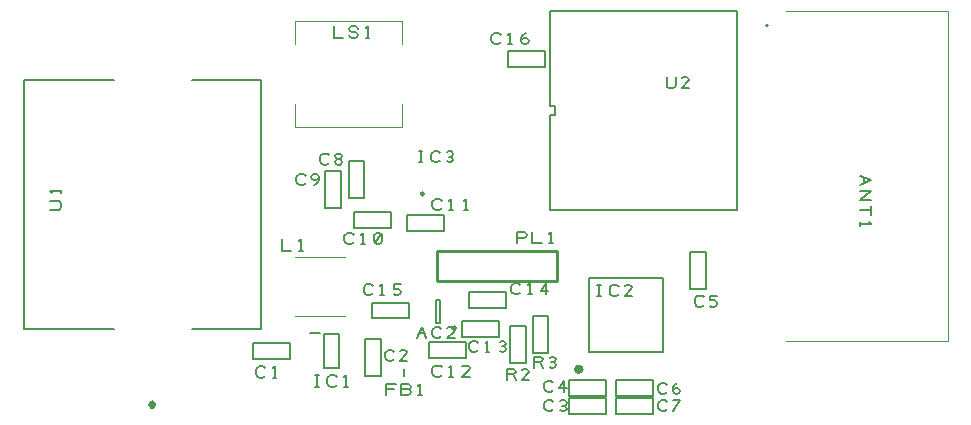
<source format=gto>
G04 EasyPC Gerber Version 21.0.3 Build 4286 *
G04 #@! TF.Part,Single*
G04 #@! TF.FileFunction,Legend,Top *
G04 #@! TF.FilePolarity,Positive *
%FSLAX35Y35*%
%MOIN*%
%ADD12C,0.00394*%
%ADD15C,0.00500*%
%ADD11C,0.00591*%
%ADD10C,0.00787*%
%ADD16C,0.00800*%
%ADD14C,0.00984*%
%ADD17C,0.01000*%
%ADD13C,0.01575*%
X0Y0D02*
D02*
D10*
X63045Y41250D02*
X33219D01*
Y124321*
X63045*
X89219Y41250D02*
X111959D01*
Y124321*
X89219*
X128311Y40024D02*
X131854D01*
X133232Y39827D02*
X137957D01*
Y28409*
X133232*
Y39827*
X159844Y28049D02*
Y25687D01*
X171766Y43163D02*
X170388D01*
Y51037*
X171766*
Y43163*
X221411Y33518D02*
Y58321D01*
X246215*
Y33518*
X221411*
X280762Y142081D02*
G75*
G02Y142868J394D01*
G01*
Y142081D02*
G75*
G03Y142868J394D01*
G01*
D02*
D11*
X41826Y80911D02*
X44639D01*
X45264Y81224*
X45576Y81849*
Y83099*
X45264Y83724*
X44639Y84037*
X41826*
X45576Y86537D02*
Y87787D01*
Y87161D02*
X41826D01*
X42451Y86537*
X113513Y25730D02*
X113200Y25417D01*
X112575Y25105*
X111638*
X111013Y25417*
X110700Y25730*
X110388Y26355*
Y27605*
X110700Y28230*
X111013Y28543*
X111638Y28855*
X112575*
X113200Y28543*
X113513Y28230*
X116013Y25105D02*
X117263D01*
X116638D02*
Y28855D01*
X116013Y28230*
X119148Y71178D02*
Y67428D01*
X122273*
X124773D02*
X126023D01*
X125398D02*
Y71178D01*
X124773Y70553*
X126997Y89903D02*
X126685Y89591D01*
X126059Y89278*
X125122*
X124497Y89591*
X124185Y89903*
X123872Y90528*
Y91778*
X124185Y92403*
X124497Y92716*
X125122Y93028*
X126059*
X126685Y92716*
X126997Y92403*
X129809Y89278D02*
X130435Y89591D01*
X131059Y90216*
X131372Y91153*
Y92091*
X131059Y92716*
X130435Y93028*
X129809*
X129185Y92716*
X128872Y92091*
X129185Y91466*
X129809Y91153*
X130435*
X131059Y91466*
X131372Y92091*
X130124Y22152D02*
X131374D01*
X130750D02*
Y25902D01*
X130124D02*
X131374D01*
X137312Y22777D02*
X137000Y22465D01*
X136374Y22152*
X135437*
X134812Y22465*
X134500Y22777*
X134187Y23402*
Y24652*
X134500Y25277*
X134812Y25590*
X135437Y25902*
X136374*
X137000Y25590*
X137312Y25277*
X139812Y22152D02*
X141062D01*
X140437D02*
Y25902D01*
X139812Y25277*
X134871Y96694D02*
X134559Y96382D01*
X133933Y96069*
X132996*
X132371Y96382*
X132059Y96694*
X131746Y97319*
Y98569*
X132059Y99194*
X132371Y99507*
X132996Y99819*
X133933*
X134559Y99507*
X134871Y99194*
X137683Y97944D02*
X138309D01*
X138933Y98257*
X139246Y98882*
X138933Y99507*
X138309Y99819*
X137683*
X137059Y99507*
X136746Y98882*
X137059Y98257*
X137683Y97944*
X137059Y97632*
X136746Y97007*
X137059Y96382*
X137683Y96069*
X138309*
X138933Y96382*
X139246Y97007*
X138933Y97632*
X138309Y97944*
X136372Y142241D02*
Y138491D01*
X139497*
X141372Y139428D02*
X141685Y138803D01*
X142309Y138491*
X143559*
X144185Y138803*
X144497Y139428*
X144185Y140053*
X143559Y140366*
X142309*
X141685Y140678*
X141372Y141303*
X141685Y141928*
X142309Y142241*
X143559*
X144185Y141928*
X144497Y141303*
X146997Y138491D02*
X148247D01*
X147622D02*
Y142241D01*
X146997Y141616*
X143041Y70317D02*
X142728Y70004D01*
X142103Y69691*
X141165*
X140541Y70004*
X140228Y70317*
X139915Y70941*
Y72191*
X140228Y72817*
X140541Y73129*
X141165Y73441*
X142103*
X142728Y73129*
X143041Y72817*
X145541Y69691D02*
X146791D01*
X146165D02*
Y73441D01*
X145541Y72817*
X150228Y70004D02*
X150853Y69691D01*
X151478*
X152103Y70004*
X152415Y70629*
Y72504*
X152103Y73129*
X151478Y73441*
X150853*
X150228Y73129*
X149915Y72504*
Y70629*
X150228Y70004*
X152103Y73129*
X149438Y53191D02*
X149126Y52878D01*
X148500Y52565*
X147563*
X146938Y52878*
X146626Y53191*
X146313Y53815*
Y55065*
X146626Y55691*
X146938Y56003*
X147563Y56315*
X148500*
X149126Y56003*
X149438Y55691*
X151938Y52565D02*
X153188D01*
X152563D02*
Y56315D01*
X151938Y55691*
X156313Y52878D02*
X156938Y52565D01*
X157876*
X158500Y52878*
X158813Y53503*
Y53815*
X158500Y54441*
X157876Y54753*
X156313*
Y56315*
X158813*
X156489Y31309D02*
X156177Y30996D01*
X155552Y30683*
X154614*
X153989Y30996*
X153677Y31309*
X153364Y31933*
Y33183*
X153677Y33809*
X153989Y34121*
X154614Y34433*
X155552*
X156177Y34121*
X156489Y33809*
X160864Y30683D02*
X158364D01*
X160552Y32871*
X160864Y33496*
X160552Y34121*
X159927Y34433*
X158989*
X158364Y34121*
X153844Y19306D02*
Y23056D01*
X156970*
X156344Y21181D02*
X153844D01*
X161032D02*
X161657Y20868D01*
X161970Y20243*
X161657Y19618*
X161032Y19306*
X158844*
Y23056*
X161032*
X161657Y22743*
X161970Y22118*
X161657Y21493*
X161032Y21181*
X158844*
X164470Y19306D02*
X165720D01*
X165094D02*
Y23056D01*
X164470Y22431*
X164672Y96857D02*
X165922D01*
X165297D02*
Y100607D01*
X164672D02*
X165922D01*
X171859Y97482D02*
X171547Y97169D01*
X170922Y96857*
X169984*
X169359Y97169*
X169047Y97482*
X168734Y98107*
Y99357*
X169047Y99982*
X169359Y100294*
X169984Y100607*
X170922*
X171547Y100294*
X171859Y99982*
X174047Y97169D02*
X174672Y96857D01*
X175297*
X175922Y97169*
X176234Y97794*
X175922Y98419*
X175297Y98732*
X174672*
X175297D02*
X175922Y99044D01*
X176234Y99669*
X175922Y100294*
X175297Y100607*
X174672*
X174047Y100294*
X164128Y38294D02*
X165691Y42044D01*
X167253Y38294*
X164753Y39856D02*
X166628D01*
X172253Y38919D02*
X171941Y38606D01*
X171315Y38294*
X170378*
X169753Y38606*
X169441Y38919*
X169128Y39544*
Y40794*
X169441Y41419*
X169753Y41731*
X170378Y42044*
X171315*
X171941Y41731*
X172253Y41419*
X176628Y38294D02*
X174128D01*
X176315Y40481*
X176628Y41106*
X176315Y41731*
X175691Y42044*
X174753*
X174128Y41731*
X172371Y26025D02*
X172059Y25713D01*
X171433Y25400*
X170496*
X169871Y25713*
X169559Y26025*
X169246Y26650*
Y27900*
X169559Y28525*
X169871Y28838*
X170496Y29150*
X171433*
X172059Y28838*
X172371Y28525*
X174871Y25400D02*
X176121D01*
X175496D02*
Y29150D01*
X174871Y28525*
X181746Y25400D02*
X179246D01*
X181433Y27588*
X181746Y28213*
X181433Y28838*
X180809Y29150*
X179871*
X179246Y28838*
X172371Y81635D02*
X172059Y81323D01*
X171433Y81010*
X170496*
X169871Y81323*
X169559Y81635*
X169246Y82260*
Y83510*
X169559Y84135*
X169871Y84448*
X170496Y84760*
X171433*
X172059Y84448*
X172371Y84135*
X174871Y81010D02*
X176121D01*
X175496D02*
Y84760D01*
X174871Y84135*
X179871Y81010D02*
X181121D01*
X180496D02*
Y84760D01*
X179871Y84135*
X184478Y34293D02*
X184165Y33980D01*
X183540Y33668*
X182602*
X181978Y33980*
X181665Y34293*
X181352Y34918*
Y36168*
X181665Y36793*
X181978Y37106*
X182602Y37418*
X183540*
X184165Y37106*
X184478Y36793*
X186978Y33668D02*
X188228D01*
X187602D02*
Y37418D01*
X186978Y36793*
X191665Y33980D02*
X192290Y33668D01*
X192915*
X193540Y33980*
X193852Y34606*
X193540Y35230*
X192915Y35543*
X192290*
X192915D02*
X193540Y35856D01*
X193852Y36480*
X193540Y37106*
X192915Y37418*
X192290*
X191665Y37106*
X191958Y136950D02*
X191645Y136638D01*
X191020Y136325*
X190083*
X189458Y136638*
X189145Y136950*
X188833Y137575*
Y138825*
X189145Y139450*
X189458Y139763*
X190083Y140075*
X191020*
X191645Y139763*
X191958Y139450*
X194458Y136325D02*
X195708D01*
X195083D02*
Y140075D01*
X194458Y139450*
X198833Y137263D02*
X199145Y137888D01*
X199770Y138200*
X200395*
X201020Y137888*
X201333Y137263*
X201020Y136638*
X200395Y136325*
X199770*
X199145Y136638*
X198833Y137263*
Y138200*
X199145Y139138*
X199770Y139763*
X200395Y140075*
X193951Y24317D02*
Y28067D01*
X196138*
X196763Y27755*
X197076Y27130*
X196763Y26505*
X196138Y26193*
X193951*
X196138D02*
X197076Y24317D01*
X201451D02*
X198951D01*
X201138Y26505*
X201451Y27130*
X201138Y27755*
X200513Y28067*
X199576*
X198951Y27755*
X198552Y53486D02*
X198240Y53173D01*
X197615Y52861*
X196677*
X196052Y53173*
X195740Y53486*
X195427Y54111*
Y55361*
X195740Y55986*
X196052Y56298*
X196677Y56611*
X197615*
X198240Y56298*
X198552Y55986*
X201052Y52861D02*
X202302D01*
X201677D02*
Y56611D01*
X201052Y55986*
X206990Y52861D02*
Y56611D01*
X205427Y54111*
X207927*
X197593Y69888D02*
Y73638D01*
X199780*
X200405Y73326*
X200718Y72701*
X200405Y72076*
X199780Y71763*
X197593*
X202593Y73638D02*
Y69888D01*
X205718*
X208218D02*
X209468D01*
X208843D02*
Y73638D01*
X208218Y73013*
X203006Y28353D02*
Y32103D01*
X205193*
X205819Y31791*
X206131Y31165*
X205819Y30541*
X205193Y30228*
X203006*
X205193D02*
X206131Y28353D01*
X208319Y28665D02*
X208943Y28353D01*
X209569*
X210193Y28665*
X210506Y29291*
X210193Y29915*
X209569Y30228*
X208943*
X209569D02*
X210193Y30541D01*
X210506Y31165*
X210193Y31791*
X209569Y32103*
X208943*
X208319Y31791*
X209576Y14509D02*
X209263Y14197D01*
X208638Y13884*
X207701*
X207076Y14197*
X206763Y14509*
X206451Y15134*
Y16384*
X206763Y17009*
X207076Y17322*
X207701Y17634*
X208638*
X209263Y17322*
X209576Y17009*
X211763Y14197D02*
X212388Y13884D01*
X213013*
X213638Y14197*
X213951Y14822*
X213638Y15447*
X213013Y15759*
X212388*
X213013D02*
X213638Y16072D01*
X213951Y16697*
X213638Y17322*
X213013Y17634*
X212388*
X211763Y17322*
X209576Y21006D02*
X209263Y20693D01*
X208638Y20380*
X207701*
X207076Y20693*
X206763Y21006*
X206451Y21630*
Y22880*
X206763Y23506*
X207076Y23818*
X207701Y24130*
X208638*
X209263Y23818*
X209576Y23506*
X213013Y20380D02*
Y24130D01*
X211451Y21630*
X213951*
X224219Y52369D02*
X225469D01*
X224844D02*
Y56119D01*
X224219D02*
X225469D01*
X231407Y52994D02*
X231094Y52681D01*
X230469Y52369*
X229531*
X228907Y52681*
X228594Y52994*
X228281Y53619*
Y54869*
X228594Y55494*
X228907Y55806*
X229531Y56119*
X230469*
X231094Y55806*
X231407Y55494*
X235781Y52369D02*
X233281D01*
X235469Y54556*
X235781Y55181*
X235469Y55806*
X234844Y56119*
X233907*
X233281Y55806*
X247470Y20317D02*
X247157Y20004D01*
X246532Y19691*
X245594*
X244970Y20004*
X244657Y20317*
X244344Y20941*
Y22191*
X244657Y22817*
X244970Y23129*
X245594Y23441*
X246532*
X247157Y23129*
X247470Y22817*
X249344Y20629D02*
X249657Y21254D01*
X250282Y21567*
X250907*
X251532Y21254*
X251844Y20629*
X251532Y20004*
X250907Y19691*
X250282*
X249657Y20004*
X249344Y20629*
Y21567*
X249657Y22504*
X250282Y23129*
X250907Y23441*
X247568Y14509D02*
X247256Y14197D01*
X246630Y13884*
X245693*
X245068Y14197*
X244756Y14509*
X244443Y15134*
Y16384*
X244756Y17009*
X245068Y17322*
X245693Y17634*
X246630*
X247256Y17322*
X247568Y17009*
X249443Y13884D02*
X251943Y17634D01*
X249443*
X247297Y125410D02*
Y122598D01*
X247610Y121972*
X248235Y121660*
X249485*
X250110Y121972*
X250422Y122598*
Y125410*
X254797Y121660D02*
X252297D01*
X254485Y123848*
X254797Y124472*
X254485Y125098*
X253860Y125410*
X252922*
X252297Y125098*
X259773Y49352D02*
X259460Y49039D01*
X258835Y48727*
X257898*
X257273Y49039*
X256960Y49352*
X256648Y49977*
Y51227*
X256960Y51852*
X257273Y52165*
X257898Y52477*
X258835*
X259460Y52165*
X259773Y51852*
X261648Y49039D02*
X262273Y48727D01*
X263210*
X263835Y49039*
X264148Y49665*
Y49977*
X263835Y50602*
X263210Y50915*
X261648*
Y52477*
X264148*
X311620Y92474D02*
X315370Y90912D01*
X311620Y89349*
X313183Y91849D02*
Y89974D01*
X311620Y87474D02*
X315370D01*
X311620Y84349*
X315370*
X311620Y80912D02*
X315370D01*
Y82474D02*
Y79349D01*
X311620Y76849D02*
Y75599D01*
Y76224D02*
X315370D01*
X314746Y76849*
D02*
D12*
X123577Y45526D02*
X140112D01*
X123577Y65211D02*
X140112D01*
X123577Y116234D02*
Y108518D01*
X159010*
Y116234*
X123577Y136234D02*
Y143951D01*
X159010*
Y136234*
X287061Y147474D02*
X340998D01*
Y37474*
X287061*
D02*
D13*
X75817Y16743D02*
G75*
G02Y15411J-666D01*
G01*
Y16743D02*
G75*
G02Y15411J-666D01*
G01*
G75*
G02Y16743J666*
G01*
X76140Y16159D02*
G75*
G02Y15994J-83D01*
G01*
Y16159D02*
G75*
G02Y15994J-83D01*
G01*
G75*
G02Y16159J83*
G01*
X218065Y28695D02*
G75*
G02Y27120J-787D01*
G01*
Y28695D02*
G75*
G02Y27120J-787D01*
G01*
G75*
G02Y28695J787*
G01*
D02*
D14*
X165415Y86376D02*
G75*
G02X166400I492D01*
G01*
X165415D02*
G75*
G02X166400I492D01*
G01*
G75*
G02X165415I-492*
G01*
X175998Y41589D02*
G75*
G02X176982I492D01*
G01*
X175998D02*
G75*
G02X176982I492D01*
G01*
G75*
G02X175998I-492*
G01*
D02*
D15*
X109444Y31468D02*
Y36768D01*
X121744*
Y31468*
X109444*
X133328Y93998D02*
X138628D01*
Y81698*
X133328*
Y93998*
X141301Y97345D02*
X146601D01*
Y85045*
X141301*
Y97345*
X146714Y37896D02*
X152014D01*
Y25596*
X146714*
Y37896*
X155416Y80459D02*
Y75159D01*
X143116*
Y80459*
X155416*
X160734Y74076D02*
Y79376D01*
X173034*
Y74076*
X160734*
X161321Y50144D02*
Y44844D01*
X149021*
Y50144*
X161321*
X168139Y31691D02*
Y36991D01*
X180439*
Y31691*
X168139*
X181502Y48289D02*
Y53589D01*
X193802*
Y48289*
X181502*
X191341Y44077D02*
Y38777D01*
X179041*
Y44077*
X191341*
X194395Y128801D02*
Y134101D01*
X206695*
Y128801*
X194395*
X208530Y147297D02*
X270734D01*
Y81156*
X208530*
Y112750*
X210006*
Y115703*
X208530*
Y147297*
X214868Y12954D02*
Y18254D01*
X227168*
Y12954*
X214868*
Y19057D02*
Y24357D01*
X227168*
Y19057*
X214868*
X230517Y13053D02*
Y18353D01*
X242817*
Y13053*
X230517*
Y19057D02*
Y24357D01*
X242817*
Y19057*
X230517*
X260479Y54730D02*
X255179D01*
Y67030*
X260479*
Y54730*
D02*
D16*
X200439Y29927D02*
X195139D01*
Y42227*
X200439*
Y29927*
X207920Y33470D02*
X202620D01*
Y45770*
X207920*
Y33470*
D02*
D17*
X170939Y57455D02*
X210939D01*
Y67455*
X170939*
Y57455*
X0Y0D02*
M02*

</source>
